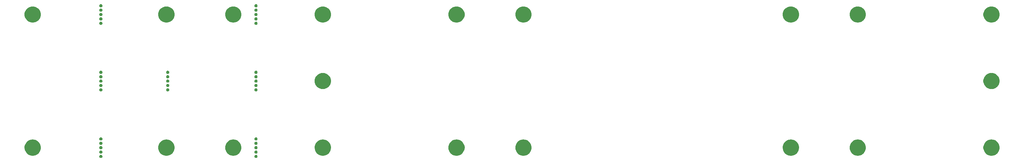
<source format=gbr>
G04 #@! TF.GenerationSoftware,KiCad,Pcbnew,(5.1.2-1)-1*
G04 #@! TF.CreationDate,2020-06-05T15:40:25-05:00*
G04 #@! TF.ProjectId,therick48.16SP_top_plate,74686572-6963-46b3-9438-2e313653505f,rev?*
G04 #@! TF.SameCoordinates,Original*
G04 #@! TF.FileFunction,Soldermask,Bot*
G04 #@! TF.FilePolarity,Negative*
%FSLAX46Y46*%
G04 Gerber Fmt 4.6, Leading zero omitted, Abs format (unit mm)*
G04 Created by KiCad (PCBNEW (5.1.2-1)-1) date 2020-06-05 15:40:25*
%MOMM*%
%LPD*%
G04 APERTURE LIST*
%ADD10C,0.100000*%
G04 APERTURE END LIST*
D10*
G36*
X131231207Y-101246070D02*
G01*
X131313282Y-101280067D01*
X131313284Y-101280068D01*
X131350468Y-101304914D01*
X131387150Y-101329424D01*
X131449970Y-101392244D01*
X131499327Y-101466112D01*
X131533324Y-101548187D01*
X131550655Y-101635318D01*
X131550655Y-101724160D01*
X131533324Y-101811291D01*
X131499327Y-101893366D01*
X131499326Y-101893368D01*
X131449969Y-101967235D01*
X131387151Y-102030053D01*
X131313284Y-102079410D01*
X131313283Y-102079411D01*
X131313282Y-102079411D01*
X131231207Y-102113408D01*
X131144076Y-102130739D01*
X131055234Y-102130739D01*
X130968103Y-102113408D01*
X130886028Y-102079411D01*
X130886027Y-102079411D01*
X130886026Y-102079410D01*
X130812159Y-102030053D01*
X130749341Y-101967235D01*
X130699984Y-101893368D01*
X130699983Y-101893366D01*
X130665986Y-101811291D01*
X130648655Y-101724160D01*
X130648655Y-101635318D01*
X130665986Y-101548187D01*
X130699983Y-101466112D01*
X130749340Y-101392244D01*
X130812160Y-101329424D01*
X130848842Y-101304914D01*
X130886026Y-101280068D01*
X130886028Y-101280067D01*
X130968103Y-101246070D01*
X131055234Y-101228739D01*
X131144076Y-101228739D01*
X131231207Y-101246070D01*
X131231207Y-101246070D01*
G37*
G36*
X87151323Y-101246070D02*
G01*
X87233398Y-101280067D01*
X87233400Y-101280068D01*
X87270584Y-101304914D01*
X87307266Y-101329424D01*
X87370086Y-101392244D01*
X87419443Y-101466112D01*
X87453440Y-101548187D01*
X87470771Y-101635318D01*
X87470771Y-101724160D01*
X87453440Y-101811291D01*
X87419443Y-101893366D01*
X87419442Y-101893368D01*
X87370085Y-101967235D01*
X87307267Y-102030053D01*
X87233400Y-102079410D01*
X87233399Y-102079411D01*
X87233398Y-102079411D01*
X87151323Y-102113408D01*
X87064192Y-102130739D01*
X86975350Y-102130739D01*
X86888219Y-102113408D01*
X86806144Y-102079411D01*
X86806143Y-102079411D01*
X86806142Y-102079410D01*
X86732275Y-102030053D01*
X86669457Y-101967235D01*
X86620100Y-101893368D01*
X86620099Y-101893366D01*
X86586102Y-101811291D01*
X86568771Y-101724160D01*
X86568771Y-101635318D01*
X86586102Y-101548187D01*
X86620099Y-101466112D01*
X86669456Y-101392244D01*
X86732276Y-101329424D01*
X86768958Y-101304914D01*
X86806142Y-101280068D01*
X86806144Y-101280067D01*
X86888219Y-101246070D01*
X86975350Y-101228739D01*
X87064192Y-101228739D01*
X87151323Y-101246070D01*
X87151323Y-101246070D01*
G37*
G36*
X340548903Y-96923213D02*
G01*
X340771177Y-96967426D01*
X341189932Y-97140880D01*
X341566802Y-97392696D01*
X341887304Y-97713198D01*
X342139120Y-98090068D01*
X342312466Y-98508563D01*
X342312574Y-98508824D01*
X342401000Y-98953370D01*
X342401000Y-99406630D01*
X342376449Y-99530054D01*
X342312574Y-99851177D01*
X342139120Y-100269932D01*
X341887304Y-100646802D01*
X341566802Y-100967304D01*
X341189932Y-101219120D01*
X340771177Y-101392574D01*
X340548903Y-101436787D01*
X340326630Y-101481000D01*
X339873370Y-101481000D01*
X339651097Y-101436787D01*
X339428823Y-101392574D01*
X339010068Y-101219120D01*
X338633198Y-100967304D01*
X338312696Y-100646802D01*
X338060880Y-100269932D01*
X337887426Y-99851177D01*
X337823551Y-99530054D01*
X337799000Y-99406630D01*
X337799000Y-98953370D01*
X337887426Y-98508824D01*
X337887534Y-98508563D01*
X338060880Y-98090068D01*
X338312696Y-97713198D01*
X338633198Y-97392696D01*
X339010068Y-97140880D01*
X339428823Y-96967426D01*
X339651097Y-96923213D01*
X339873370Y-96879000D01*
X340326630Y-96879000D01*
X340548903Y-96923213D01*
X340548903Y-96923213D01*
G37*
G36*
X302548903Y-96923213D02*
G01*
X302771177Y-96967426D01*
X303189932Y-97140880D01*
X303566802Y-97392696D01*
X303887304Y-97713198D01*
X304139120Y-98090068D01*
X304312466Y-98508563D01*
X304312574Y-98508824D01*
X304401000Y-98953370D01*
X304401000Y-99406630D01*
X304376449Y-99530054D01*
X304312574Y-99851177D01*
X304139120Y-100269932D01*
X303887304Y-100646802D01*
X303566802Y-100967304D01*
X303189932Y-101219120D01*
X302771177Y-101392574D01*
X302548903Y-101436787D01*
X302326630Y-101481000D01*
X301873370Y-101481000D01*
X301651097Y-101436787D01*
X301428823Y-101392574D01*
X301010068Y-101219120D01*
X300633198Y-100967304D01*
X300312696Y-100646802D01*
X300060880Y-100269932D01*
X299887426Y-99851177D01*
X299823551Y-99530054D01*
X299799000Y-99406630D01*
X299799000Y-98953370D01*
X299887426Y-98508824D01*
X299887534Y-98508563D01*
X300060880Y-98090068D01*
X300312696Y-97713198D01*
X300633198Y-97392696D01*
X301010068Y-97140880D01*
X301428823Y-96967426D01*
X301651097Y-96923213D01*
X301873370Y-96879000D01*
X302326630Y-96879000D01*
X302548903Y-96923213D01*
X302548903Y-96923213D01*
G37*
G36*
X283548903Y-96923213D02*
G01*
X283771177Y-96967426D01*
X284189932Y-97140880D01*
X284566802Y-97392696D01*
X284887304Y-97713198D01*
X285139120Y-98090068D01*
X285312466Y-98508563D01*
X285312574Y-98508824D01*
X285401000Y-98953370D01*
X285401000Y-99406630D01*
X285376449Y-99530054D01*
X285312574Y-99851177D01*
X285139120Y-100269932D01*
X284887304Y-100646802D01*
X284566802Y-100967304D01*
X284189932Y-101219120D01*
X283771177Y-101392574D01*
X283548903Y-101436787D01*
X283326630Y-101481000D01*
X282873370Y-101481000D01*
X282651097Y-101436787D01*
X282428823Y-101392574D01*
X282010068Y-101219120D01*
X281633198Y-100967304D01*
X281312696Y-100646802D01*
X281060880Y-100269932D01*
X280887426Y-99851177D01*
X280823551Y-99530054D01*
X280799000Y-99406630D01*
X280799000Y-98953370D01*
X280887426Y-98508824D01*
X280887534Y-98508563D01*
X281060880Y-98090068D01*
X281312696Y-97713198D01*
X281633198Y-97392696D01*
X282010068Y-97140880D01*
X282428823Y-96967426D01*
X282651097Y-96923213D01*
X282873370Y-96879000D01*
X283326630Y-96879000D01*
X283548903Y-96923213D01*
X283548903Y-96923213D01*
G37*
G36*
X207548903Y-96923213D02*
G01*
X207771177Y-96967426D01*
X208189932Y-97140880D01*
X208566802Y-97392696D01*
X208887304Y-97713198D01*
X209139120Y-98090068D01*
X209312466Y-98508563D01*
X209312574Y-98508824D01*
X209401000Y-98953370D01*
X209401000Y-99406630D01*
X209376449Y-99530054D01*
X209312574Y-99851177D01*
X209139120Y-100269932D01*
X208887304Y-100646802D01*
X208566802Y-100967304D01*
X208189932Y-101219120D01*
X207771177Y-101392574D01*
X207548903Y-101436787D01*
X207326630Y-101481000D01*
X206873370Y-101481000D01*
X206651097Y-101436787D01*
X206428823Y-101392574D01*
X206010068Y-101219120D01*
X205633198Y-100967304D01*
X205312696Y-100646802D01*
X205060880Y-100269932D01*
X204887426Y-99851177D01*
X204823551Y-99530054D01*
X204799000Y-99406630D01*
X204799000Y-98953370D01*
X204887426Y-98508824D01*
X204887534Y-98508563D01*
X205060880Y-98090068D01*
X205312696Y-97713198D01*
X205633198Y-97392696D01*
X206010068Y-97140880D01*
X206428823Y-96967426D01*
X206651097Y-96923213D01*
X206873370Y-96879000D01*
X207326630Y-96879000D01*
X207548903Y-96923213D01*
X207548903Y-96923213D01*
G37*
G36*
X188548903Y-96923213D02*
G01*
X188771177Y-96967426D01*
X189189932Y-97140880D01*
X189566802Y-97392696D01*
X189887304Y-97713198D01*
X190139120Y-98090068D01*
X190312466Y-98508563D01*
X190312574Y-98508824D01*
X190401000Y-98953370D01*
X190401000Y-99406630D01*
X190376449Y-99530054D01*
X190312574Y-99851177D01*
X190139120Y-100269932D01*
X189887304Y-100646802D01*
X189566802Y-100967304D01*
X189189932Y-101219120D01*
X188771177Y-101392574D01*
X188548903Y-101436787D01*
X188326630Y-101481000D01*
X187873370Y-101481000D01*
X187651097Y-101436787D01*
X187428823Y-101392574D01*
X187010068Y-101219120D01*
X186633198Y-100967304D01*
X186312696Y-100646802D01*
X186060880Y-100269932D01*
X185887426Y-99851177D01*
X185823551Y-99530054D01*
X185799000Y-99406630D01*
X185799000Y-98953370D01*
X185887426Y-98508824D01*
X185887534Y-98508563D01*
X186060880Y-98090068D01*
X186312696Y-97713198D01*
X186633198Y-97392696D01*
X187010068Y-97140880D01*
X187428823Y-96967426D01*
X187651097Y-96923213D01*
X187873370Y-96879000D01*
X188326630Y-96879000D01*
X188548903Y-96923213D01*
X188548903Y-96923213D01*
G37*
G36*
X150548903Y-96923213D02*
G01*
X150771177Y-96967426D01*
X151189932Y-97140880D01*
X151566802Y-97392696D01*
X151887304Y-97713198D01*
X152139120Y-98090068D01*
X152312466Y-98508563D01*
X152312574Y-98508824D01*
X152401000Y-98953370D01*
X152401000Y-99406630D01*
X152376449Y-99530054D01*
X152312574Y-99851177D01*
X152139120Y-100269932D01*
X151887304Y-100646802D01*
X151566802Y-100967304D01*
X151189932Y-101219120D01*
X150771177Y-101392574D01*
X150548903Y-101436787D01*
X150326630Y-101481000D01*
X149873370Y-101481000D01*
X149651097Y-101436787D01*
X149428823Y-101392574D01*
X149010068Y-101219120D01*
X148633198Y-100967304D01*
X148312696Y-100646802D01*
X148060880Y-100269932D01*
X147887426Y-99851177D01*
X147823551Y-99530054D01*
X147799000Y-99406630D01*
X147799000Y-98953370D01*
X147887426Y-98508824D01*
X147887534Y-98508563D01*
X148060880Y-98090068D01*
X148312696Y-97713198D01*
X148633198Y-97392696D01*
X149010068Y-97140880D01*
X149428823Y-96967426D01*
X149651097Y-96923213D01*
X149873370Y-96879000D01*
X150326630Y-96879000D01*
X150548903Y-96923213D01*
X150548903Y-96923213D01*
G37*
G36*
X125088575Y-96923213D02*
G01*
X125310849Y-96967426D01*
X125729604Y-97140880D01*
X126106474Y-97392696D01*
X126426976Y-97713198D01*
X126678792Y-98090068D01*
X126852138Y-98508563D01*
X126852246Y-98508824D01*
X126940672Y-98953370D01*
X126940672Y-99406630D01*
X126916121Y-99530054D01*
X126852246Y-99851177D01*
X126678792Y-100269932D01*
X126426976Y-100646802D01*
X126106474Y-100967304D01*
X125729604Y-101219120D01*
X125310849Y-101392574D01*
X125088575Y-101436787D01*
X124866302Y-101481000D01*
X124413042Y-101481000D01*
X124190769Y-101436787D01*
X123968495Y-101392574D01*
X123549740Y-101219120D01*
X123172870Y-100967304D01*
X122852368Y-100646802D01*
X122600552Y-100269932D01*
X122427098Y-99851177D01*
X122363223Y-99530054D01*
X122338672Y-99406630D01*
X122338672Y-98953370D01*
X122427098Y-98508824D01*
X122427206Y-98508563D01*
X122600552Y-98090068D01*
X122852368Y-97713198D01*
X123172870Y-97392696D01*
X123549740Y-97140880D01*
X123968495Y-96967426D01*
X124190769Y-96923213D01*
X124413042Y-96879000D01*
X124866302Y-96879000D01*
X125088575Y-96923213D01*
X125088575Y-96923213D01*
G37*
G36*
X68088896Y-96923213D02*
G01*
X68311170Y-96967426D01*
X68729925Y-97140880D01*
X69106795Y-97392696D01*
X69427297Y-97713198D01*
X69679113Y-98090068D01*
X69852459Y-98508563D01*
X69852567Y-98508824D01*
X69940993Y-98953370D01*
X69940993Y-99406630D01*
X69916442Y-99530054D01*
X69852567Y-99851177D01*
X69679113Y-100269932D01*
X69427297Y-100646802D01*
X69106795Y-100967304D01*
X68729925Y-101219120D01*
X68311170Y-101392574D01*
X68088896Y-101436787D01*
X67866623Y-101481000D01*
X67413363Y-101481000D01*
X67191090Y-101436787D01*
X66968816Y-101392574D01*
X66550061Y-101219120D01*
X66173191Y-100967304D01*
X65852689Y-100646802D01*
X65600873Y-100269932D01*
X65427419Y-99851177D01*
X65363544Y-99530054D01*
X65338993Y-99406630D01*
X65338993Y-98953370D01*
X65427419Y-98508824D01*
X65427527Y-98508563D01*
X65600873Y-98090068D01*
X65852689Y-97713198D01*
X66173191Y-97392696D01*
X66550061Y-97140880D01*
X66968816Y-96967426D01*
X67191090Y-96923213D01*
X67413363Y-96879000D01*
X67866623Y-96879000D01*
X68088896Y-96923213D01*
X68088896Y-96923213D01*
G37*
G36*
X106088625Y-96922952D02*
G01*
X106310899Y-96967165D01*
X106729654Y-97140619D01*
X107106524Y-97392435D01*
X107427026Y-97712937D01*
X107678842Y-98089807D01*
X107852296Y-98508562D01*
X107940722Y-98953110D01*
X107940722Y-99406368D01*
X107852296Y-99850916D01*
X107678842Y-100269671D01*
X107427026Y-100646541D01*
X107106524Y-100967043D01*
X106729654Y-101218859D01*
X106310899Y-101392313D01*
X106088625Y-101436526D01*
X105866352Y-101480739D01*
X105413092Y-101480739D01*
X105190819Y-101436526D01*
X104968545Y-101392313D01*
X104549790Y-101218859D01*
X104172920Y-100967043D01*
X103852418Y-100646541D01*
X103600602Y-100269671D01*
X103427148Y-99850916D01*
X103338722Y-99406368D01*
X103338722Y-98953110D01*
X103427148Y-98508562D01*
X103600602Y-98089807D01*
X103852418Y-97712937D01*
X104172920Y-97392435D01*
X104549790Y-97140619D01*
X104968545Y-96967165D01*
X105190819Y-96922952D01*
X105413092Y-96878739D01*
X105866352Y-96878739D01*
X106088625Y-96922952D01*
X106088625Y-96922952D01*
G37*
G36*
X131231207Y-99996070D02*
G01*
X131313282Y-100030067D01*
X131313284Y-100030068D01*
X131350468Y-100054914D01*
X131387150Y-100079424D01*
X131449970Y-100142244D01*
X131499327Y-100216112D01*
X131533324Y-100298187D01*
X131550655Y-100385318D01*
X131550655Y-100474160D01*
X131533324Y-100561291D01*
X131499327Y-100643366D01*
X131499326Y-100643368D01*
X131449969Y-100717235D01*
X131387151Y-100780053D01*
X131313284Y-100829410D01*
X131313283Y-100829411D01*
X131313282Y-100829411D01*
X131231207Y-100863408D01*
X131144076Y-100880739D01*
X131055234Y-100880739D01*
X130968103Y-100863408D01*
X130886028Y-100829411D01*
X130886027Y-100829411D01*
X130886026Y-100829410D01*
X130812159Y-100780053D01*
X130749341Y-100717235D01*
X130699984Y-100643368D01*
X130699983Y-100643366D01*
X130665986Y-100561291D01*
X130648655Y-100474160D01*
X130648655Y-100385318D01*
X130665986Y-100298187D01*
X130699983Y-100216112D01*
X130749340Y-100142244D01*
X130812160Y-100079424D01*
X130848842Y-100054914D01*
X130886026Y-100030068D01*
X130886028Y-100030067D01*
X130968103Y-99996070D01*
X131055234Y-99978739D01*
X131144076Y-99978739D01*
X131231207Y-99996070D01*
X131231207Y-99996070D01*
G37*
G36*
X87151323Y-99996070D02*
G01*
X87233398Y-100030067D01*
X87233400Y-100030068D01*
X87270584Y-100054914D01*
X87307266Y-100079424D01*
X87370086Y-100142244D01*
X87419443Y-100216112D01*
X87453440Y-100298187D01*
X87470771Y-100385318D01*
X87470771Y-100474160D01*
X87453440Y-100561291D01*
X87419443Y-100643366D01*
X87419442Y-100643368D01*
X87370085Y-100717235D01*
X87307267Y-100780053D01*
X87233400Y-100829410D01*
X87233399Y-100829411D01*
X87233398Y-100829411D01*
X87151323Y-100863408D01*
X87064192Y-100880739D01*
X86975350Y-100880739D01*
X86888219Y-100863408D01*
X86806144Y-100829411D01*
X86806143Y-100829411D01*
X86806142Y-100829410D01*
X86732275Y-100780053D01*
X86669457Y-100717235D01*
X86620100Y-100643368D01*
X86620099Y-100643366D01*
X86586102Y-100561291D01*
X86568771Y-100474160D01*
X86568771Y-100385318D01*
X86586102Y-100298187D01*
X86620099Y-100216112D01*
X86669456Y-100142244D01*
X86732276Y-100079424D01*
X86768958Y-100054914D01*
X86806142Y-100030068D01*
X86806144Y-100030067D01*
X86888219Y-99996070D01*
X86975350Y-99978739D01*
X87064192Y-99978739D01*
X87151323Y-99996070D01*
X87151323Y-99996070D01*
G37*
G36*
X87151323Y-98746070D02*
G01*
X87233398Y-98780067D01*
X87233400Y-98780068D01*
X87307267Y-98829425D01*
X87370085Y-98892243D01*
X87410756Y-98953110D01*
X87419443Y-98966112D01*
X87453440Y-99048187D01*
X87470771Y-99135318D01*
X87470771Y-99224160D01*
X87453440Y-99311291D01*
X87419443Y-99393366D01*
X87419442Y-99393368D01*
X87370085Y-99467235D01*
X87307267Y-99530053D01*
X87233400Y-99579410D01*
X87233399Y-99579411D01*
X87233398Y-99579411D01*
X87151323Y-99613408D01*
X87064192Y-99630739D01*
X86975350Y-99630739D01*
X86888219Y-99613408D01*
X86806144Y-99579411D01*
X86806143Y-99579411D01*
X86806142Y-99579410D01*
X86732275Y-99530053D01*
X86669457Y-99467235D01*
X86620100Y-99393368D01*
X86620099Y-99393366D01*
X86586102Y-99311291D01*
X86568771Y-99224160D01*
X86568771Y-99135318D01*
X86586102Y-99048187D01*
X86620099Y-98966112D01*
X86628787Y-98953110D01*
X86669457Y-98892243D01*
X86732275Y-98829425D01*
X86806142Y-98780068D01*
X86806144Y-98780067D01*
X86888219Y-98746070D01*
X86975350Y-98728739D01*
X87064192Y-98728739D01*
X87151323Y-98746070D01*
X87151323Y-98746070D01*
G37*
G36*
X131231207Y-98746070D02*
G01*
X131313282Y-98780067D01*
X131313284Y-98780068D01*
X131387151Y-98829425D01*
X131449969Y-98892243D01*
X131490640Y-98953110D01*
X131499327Y-98966112D01*
X131533324Y-99048187D01*
X131550655Y-99135318D01*
X131550655Y-99224160D01*
X131533324Y-99311291D01*
X131499327Y-99393366D01*
X131499326Y-99393368D01*
X131449969Y-99467235D01*
X131387151Y-99530053D01*
X131313284Y-99579410D01*
X131313283Y-99579411D01*
X131313282Y-99579411D01*
X131231207Y-99613408D01*
X131144076Y-99630739D01*
X131055234Y-99630739D01*
X130968103Y-99613408D01*
X130886028Y-99579411D01*
X130886027Y-99579411D01*
X130886026Y-99579410D01*
X130812159Y-99530053D01*
X130749341Y-99467235D01*
X130699984Y-99393368D01*
X130699983Y-99393366D01*
X130665986Y-99311291D01*
X130648655Y-99224160D01*
X130648655Y-99135318D01*
X130665986Y-99048187D01*
X130699983Y-98966112D01*
X130708671Y-98953110D01*
X130749341Y-98892243D01*
X130812159Y-98829425D01*
X130886026Y-98780068D01*
X130886028Y-98780067D01*
X130968103Y-98746070D01*
X131055234Y-98728739D01*
X131144076Y-98728739D01*
X131231207Y-98746070D01*
X131231207Y-98746070D01*
G37*
G36*
X87151323Y-97496070D02*
G01*
X87233398Y-97530067D01*
X87233400Y-97530068D01*
X87307267Y-97579425D01*
X87370085Y-97642243D01*
X87417323Y-97712938D01*
X87419443Y-97716112D01*
X87453440Y-97798187D01*
X87470771Y-97885318D01*
X87470771Y-97974160D01*
X87453440Y-98061291D01*
X87419443Y-98143366D01*
X87419442Y-98143368D01*
X87370085Y-98217235D01*
X87307267Y-98280053D01*
X87233400Y-98329410D01*
X87233399Y-98329411D01*
X87233398Y-98329411D01*
X87151323Y-98363408D01*
X87064192Y-98380739D01*
X86975350Y-98380739D01*
X86888219Y-98363408D01*
X86806144Y-98329411D01*
X86806143Y-98329411D01*
X86806142Y-98329410D01*
X86732275Y-98280053D01*
X86669457Y-98217235D01*
X86620100Y-98143368D01*
X86620099Y-98143366D01*
X86586102Y-98061291D01*
X86568771Y-97974160D01*
X86568771Y-97885318D01*
X86586102Y-97798187D01*
X86620099Y-97716112D01*
X86622220Y-97712938D01*
X86669457Y-97642243D01*
X86732275Y-97579425D01*
X86806142Y-97530068D01*
X86806144Y-97530067D01*
X86888219Y-97496070D01*
X86975350Y-97478739D01*
X87064192Y-97478739D01*
X87151323Y-97496070D01*
X87151323Y-97496070D01*
G37*
G36*
X131231207Y-97496070D02*
G01*
X131313282Y-97530067D01*
X131313284Y-97530068D01*
X131387151Y-97579425D01*
X131449969Y-97642243D01*
X131497207Y-97712938D01*
X131499327Y-97716112D01*
X131533324Y-97798187D01*
X131550655Y-97885318D01*
X131550655Y-97974160D01*
X131533324Y-98061291D01*
X131499327Y-98143366D01*
X131499326Y-98143368D01*
X131449969Y-98217235D01*
X131387151Y-98280053D01*
X131313284Y-98329410D01*
X131313283Y-98329411D01*
X131313282Y-98329411D01*
X131231207Y-98363408D01*
X131144076Y-98380739D01*
X131055234Y-98380739D01*
X130968103Y-98363408D01*
X130886028Y-98329411D01*
X130886027Y-98329411D01*
X130886026Y-98329410D01*
X130812159Y-98280053D01*
X130749341Y-98217235D01*
X130699984Y-98143368D01*
X130699983Y-98143366D01*
X130665986Y-98061291D01*
X130648655Y-97974160D01*
X130648655Y-97885318D01*
X130665986Y-97798187D01*
X130699983Y-97716112D01*
X130702104Y-97712938D01*
X130749341Y-97642243D01*
X130812159Y-97579425D01*
X130886026Y-97530068D01*
X130886028Y-97530067D01*
X130968103Y-97496070D01*
X131055234Y-97478739D01*
X131144076Y-97478739D01*
X131231207Y-97496070D01*
X131231207Y-97496070D01*
G37*
G36*
X87151323Y-96246070D02*
G01*
X87233398Y-96280067D01*
X87233400Y-96280068D01*
X87270584Y-96304914D01*
X87307266Y-96329424D01*
X87370086Y-96392244D01*
X87419443Y-96466112D01*
X87453440Y-96548187D01*
X87470771Y-96635318D01*
X87470771Y-96724160D01*
X87453440Y-96811291D01*
X87419443Y-96893366D01*
X87419442Y-96893368D01*
X87370085Y-96967235D01*
X87307267Y-97030053D01*
X87233400Y-97079410D01*
X87233399Y-97079411D01*
X87233398Y-97079411D01*
X87151323Y-97113408D01*
X87064192Y-97130739D01*
X86975350Y-97130739D01*
X86888219Y-97113408D01*
X86806144Y-97079411D01*
X86806143Y-97079411D01*
X86806142Y-97079410D01*
X86732275Y-97030053D01*
X86669457Y-96967235D01*
X86620100Y-96893368D01*
X86620099Y-96893366D01*
X86586102Y-96811291D01*
X86568771Y-96724160D01*
X86568771Y-96635318D01*
X86586102Y-96548187D01*
X86620099Y-96466112D01*
X86669456Y-96392244D01*
X86732276Y-96329424D01*
X86768958Y-96304914D01*
X86806142Y-96280068D01*
X86806144Y-96280067D01*
X86888219Y-96246070D01*
X86975350Y-96228739D01*
X87064192Y-96228739D01*
X87151323Y-96246070D01*
X87151323Y-96246070D01*
G37*
G36*
X131231207Y-96246070D02*
G01*
X131313282Y-96280067D01*
X131313284Y-96280068D01*
X131350468Y-96304914D01*
X131387150Y-96329424D01*
X131449970Y-96392244D01*
X131499327Y-96466112D01*
X131533324Y-96548187D01*
X131550655Y-96635318D01*
X131550655Y-96724160D01*
X131533324Y-96811291D01*
X131499327Y-96893366D01*
X131499326Y-96893368D01*
X131449969Y-96967235D01*
X131387151Y-97030053D01*
X131313284Y-97079410D01*
X131313283Y-97079411D01*
X131313282Y-97079411D01*
X131231207Y-97113408D01*
X131144076Y-97130739D01*
X131055234Y-97130739D01*
X130968103Y-97113408D01*
X130886028Y-97079411D01*
X130886027Y-97079411D01*
X130886026Y-97079410D01*
X130812159Y-97030053D01*
X130749341Y-96967235D01*
X130699984Y-96893368D01*
X130699983Y-96893366D01*
X130665986Y-96811291D01*
X130648655Y-96724160D01*
X130648655Y-96635318D01*
X130665986Y-96548187D01*
X130699983Y-96466112D01*
X130749340Y-96392244D01*
X130812160Y-96329424D01*
X130848842Y-96304914D01*
X130886026Y-96280068D01*
X130886028Y-96280067D01*
X130968103Y-96246070D01*
X131055234Y-96228739D01*
X131144076Y-96228739D01*
X131231207Y-96246070D01*
X131231207Y-96246070D01*
G37*
G36*
X131231207Y-82246120D02*
G01*
X131313282Y-82280117D01*
X131313284Y-82280118D01*
X131350468Y-82304964D01*
X131387150Y-82329474D01*
X131449970Y-82392294D01*
X131499327Y-82466162D01*
X131533324Y-82548237D01*
X131550655Y-82635368D01*
X131550655Y-82724210D01*
X131533324Y-82811341D01*
X131499327Y-82893416D01*
X131499326Y-82893418D01*
X131449969Y-82967285D01*
X131387151Y-83030103D01*
X131313284Y-83079460D01*
X131313283Y-83079461D01*
X131313282Y-83079461D01*
X131231207Y-83113458D01*
X131144076Y-83130789D01*
X131055234Y-83130789D01*
X130968103Y-83113458D01*
X130886028Y-83079461D01*
X130886027Y-83079461D01*
X130886026Y-83079460D01*
X130812159Y-83030103D01*
X130749341Y-82967285D01*
X130699984Y-82893418D01*
X130699983Y-82893416D01*
X130665986Y-82811341D01*
X130648655Y-82724210D01*
X130648655Y-82635368D01*
X130665986Y-82548237D01*
X130699983Y-82466162D01*
X130749340Y-82392294D01*
X130812160Y-82329474D01*
X130848842Y-82304964D01*
X130886026Y-82280118D01*
X130886028Y-82280117D01*
X130968103Y-82246120D01*
X131055234Y-82228789D01*
X131144076Y-82228789D01*
X131231207Y-82246120D01*
X131231207Y-82246120D01*
G37*
G36*
X106151273Y-82246120D02*
G01*
X106233348Y-82280117D01*
X106233350Y-82280118D01*
X106270534Y-82304964D01*
X106307216Y-82329474D01*
X106370036Y-82392294D01*
X106419393Y-82466162D01*
X106453390Y-82548237D01*
X106470721Y-82635368D01*
X106470721Y-82724210D01*
X106453390Y-82811341D01*
X106419393Y-82893416D01*
X106419392Y-82893418D01*
X106370035Y-82967285D01*
X106307217Y-83030103D01*
X106233350Y-83079460D01*
X106233349Y-83079461D01*
X106233348Y-83079461D01*
X106151273Y-83113458D01*
X106064142Y-83130789D01*
X105975300Y-83130789D01*
X105888169Y-83113458D01*
X105806094Y-83079461D01*
X105806093Y-83079461D01*
X105806092Y-83079460D01*
X105732225Y-83030103D01*
X105669407Y-82967285D01*
X105620050Y-82893418D01*
X105620049Y-82893416D01*
X105586052Y-82811341D01*
X105568721Y-82724210D01*
X105568721Y-82635368D01*
X105586052Y-82548237D01*
X105620049Y-82466162D01*
X105669406Y-82392294D01*
X105732226Y-82329474D01*
X105768908Y-82304964D01*
X105806092Y-82280118D01*
X105806094Y-82280117D01*
X105888169Y-82246120D01*
X105975300Y-82228789D01*
X106064142Y-82228789D01*
X106151273Y-82246120D01*
X106151273Y-82246120D01*
G37*
G36*
X87151323Y-82246120D02*
G01*
X87233398Y-82280117D01*
X87233400Y-82280118D01*
X87270584Y-82304964D01*
X87307266Y-82329474D01*
X87370086Y-82392294D01*
X87419443Y-82466162D01*
X87453440Y-82548237D01*
X87470771Y-82635368D01*
X87470771Y-82724210D01*
X87453440Y-82811341D01*
X87419443Y-82893416D01*
X87419442Y-82893418D01*
X87370085Y-82967285D01*
X87307267Y-83030103D01*
X87233400Y-83079460D01*
X87233399Y-83079461D01*
X87233398Y-83079461D01*
X87151323Y-83113458D01*
X87064192Y-83130789D01*
X86975350Y-83130789D01*
X86888219Y-83113458D01*
X86806144Y-83079461D01*
X86806143Y-83079461D01*
X86806142Y-83079460D01*
X86732275Y-83030103D01*
X86669457Y-82967285D01*
X86620100Y-82893418D01*
X86620099Y-82893416D01*
X86586102Y-82811341D01*
X86568771Y-82724210D01*
X86568771Y-82635368D01*
X86586102Y-82548237D01*
X86620099Y-82466162D01*
X86669456Y-82392294D01*
X86732276Y-82329474D01*
X86768958Y-82304964D01*
X86806142Y-82280118D01*
X86806144Y-82280117D01*
X86888219Y-82246120D01*
X86975350Y-82228789D01*
X87064192Y-82228789D01*
X87151323Y-82246120D01*
X87151323Y-82246120D01*
G37*
G36*
X340548903Y-77923213D02*
G01*
X340771177Y-77967426D01*
X341189932Y-78140880D01*
X341566802Y-78392696D01*
X341887304Y-78713198D01*
X342139120Y-79090068D01*
X342312574Y-79508823D01*
X342401000Y-79953371D01*
X342401000Y-80406629D01*
X342312574Y-80851177D01*
X342139120Y-81269932D01*
X341887304Y-81646802D01*
X341566802Y-81967304D01*
X341189932Y-82219120D01*
X340771177Y-82392574D01*
X340548903Y-82436787D01*
X340326630Y-82481000D01*
X339873370Y-82481000D01*
X339651097Y-82436787D01*
X339428823Y-82392574D01*
X339010068Y-82219120D01*
X338633198Y-81967304D01*
X338312696Y-81646802D01*
X338060880Y-81269932D01*
X337887426Y-80851177D01*
X337799000Y-80406629D01*
X337799000Y-79953371D01*
X337887426Y-79508823D01*
X338060880Y-79090068D01*
X338312696Y-78713198D01*
X338633198Y-78392696D01*
X339010068Y-78140880D01*
X339428823Y-77967426D01*
X339651097Y-77923213D01*
X339873370Y-77879000D01*
X340326630Y-77879000D01*
X340548903Y-77923213D01*
X340548903Y-77923213D01*
G37*
G36*
X150548903Y-77923213D02*
G01*
X150771177Y-77967426D01*
X151189932Y-78140880D01*
X151566802Y-78392696D01*
X151887304Y-78713198D01*
X152139120Y-79090068D01*
X152312574Y-79508823D01*
X152401000Y-79953371D01*
X152401000Y-80406629D01*
X152312574Y-80851177D01*
X152139120Y-81269932D01*
X151887304Y-81646802D01*
X151566802Y-81967304D01*
X151189932Y-82219120D01*
X150771177Y-82392574D01*
X150548903Y-82436787D01*
X150326630Y-82481000D01*
X149873370Y-82481000D01*
X149651097Y-82436787D01*
X149428823Y-82392574D01*
X149010068Y-82219120D01*
X148633198Y-81967304D01*
X148312696Y-81646802D01*
X148060880Y-81269932D01*
X147887426Y-80851177D01*
X147799000Y-80406629D01*
X147799000Y-79953371D01*
X147887426Y-79508823D01*
X148060880Y-79090068D01*
X148312696Y-78713198D01*
X148633198Y-78392696D01*
X149010068Y-78140880D01*
X149428823Y-77967426D01*
X149651097Y-77923213D01*
X149873370Y-77879000D01*
X150326630Y-77879000D01*
X150548903Y-77923213D01*
X150548903Y-77923213D01*
G37*
G36*
X131231207Y-80996120D02*
G01*
X131313282Y-81030117D01*
X131313284Y-81030118D01*
X131350468Y-81054964D01*
X131387150Y-81079474D01*
X131449970Y-81142294D01*
X131499327Y-81216162D01*
X131533324Y-81298237D01*
X131550655Y-81385368D01*
X131550655Y-81474210D01*
X131533324Y-81561341D01*
X131499327Y-81643416D01*
X131499326Y-81643418D01*
X131449969Y-81717285D01*
X131387151Y-81780103D01*
X131313284Y-81829460D01*
X131313283Y-81829461D01*
X131313282Y-81829461D01*
X131231207Y-81863458D01*
X131144076Y-81880789D01*
X131055234Y-81880789D01*
X130968103Y-81863458D01*
X130886028Y-81829461D01*
X130886027Y-81829461D01*
X130886026Y-81829460D01*
X130812159Y-81780103D01*
X130749341Y-81717285D01*
X130699984Y-81643418D01*
X130699983Y-81643416D01*
X130665986Y-81561341D01*
X130648655Y-81474210D01*
X130648655Y-81385368D01*
X130665986Y-81298237D01*
X130699983Y-81216162D01*
X130749340Y-81142294D01*
X130812160Y-81079474D01*
X130848842Y-81054964D01*
X130886026Y-81030118D01*
X130886028Y-81030117D01*
X130968103Y-80996120D01*
X131055234Y-80978789D01*
X131144076Y-80978789D01*
X131231207Y-80996120D01*
X131231207Y-80996120D01*
G37*
G36*
X106151273Y-80996120D02*
G01*
X106233348Y-81030117D01*
X106233350Y-81030118D01*
X106270534Y-81054964D01*
X106307216Y-81079474D01*
X106370036Y-81142294D01*
X106419393Y-81216162D01*
X106453390Y-81298237D01*
X106470721Y-81385368D01*
X106470721Y-81474210D01*
X106453390Y-81561341D01*
X106419393Y-81643416D01*
X106419392Y-81643418D01*
X106370035Y-81717285D01*
X106307217Y-81780103D01*
X106233350Y-81829460D01*
X106233349Y-81829461D01*
X106233348Y-81829461D01*
X106151273Y-81863458D01*
X106064142Y-81880789D01*
X105975300Y-81880789D01*
X105888169Y-81863458D01*
X105806094Y-81829461D01*
X105806093Y-81829461D01*
X105806092Y-81829460D01*
X105732225Y-81780103D01*
X105669407Y-81717285D01*
X105620050Y-81643418D01*
X105620049Y-81643416D01*
X105586052Y-81561341D01*
X105568721Y-81474210D01*
X105568721Y-81385368D01*
X105586052Y-81298237D01*
X105620049Y-81216162D01*
X105669406Y-81142294D01*
X105732226Y-81079474D01*
X105768908Y-81054964D01*
X105806092Y-81030118D01*
X105806094Y-81030117D01*
X105888169Y-80996120D01*
X105975300Y-80978789D01*
X106064142Y-80978789D01*
X106151273Y-80996120D01*
X106151273Y-80996120D01*
G37*
G36*
X87151323Y-80996120D02*
G01*
X87233398Y-81030117D01*
X87233400Y-81030118D01*
X87270584Y-81054964D01*
X87307266Y-81079474D01*
X87370086Y-81142294D01*
X87419443Y-81216162D01*
X87453440Y-81298237D01*
X87470771Y-81385368D01*
X87470771Y-81474210D01*
X87453440Y-81561341D01*
X87419443Y-81643416D01*
X87419442Y-81643418D01*
X87370085Y-81717285D01*
X87307267Y-81780103D01*
X87233400Y-81829460D01*
X87233399Y-81829461D01*
X87233398Y-81829461D01*
X87151323Y-81863458D01*
X87064192Y-81880789D01*
X86975350Y-81880789D01*
X86888219Y-81863458D01*
X86806144Y-81829461D01*
X86806143Y-81829461D01*
X86806142Y-81829460D01*
X86732275Y-81780103D01*
X86669457Y-81717285D01*
X86620100Y-81643418D01*
X86620099Y-81643416D01*
X86586102Y-81561341D01*
X86568771Y-81474210D01*
X86568771Y-81385368D01*
X86586102Y-81298237D01*
X86620099Y-81216162D01*
X86669456Y-81142294D01*
X86732276Y-81079474D01*
X86768958Y-81054964D01*
X86806142Y-81030118D01*
X86806144Y-81030117D01*
X86888219Y-80996120D01*
X86975350Y-80978789D01*
X87064192Y-80978789D01*
X87151323Y-80996120D01*
X87151323Y-80996120D01*
G37*
G36*
X131231207Y-79746120D02*
G01*
X131313282Y-79780117D01*
X131313284Y-79780118D01*
X131387151Y-79829475D01*
X131449969Y-79892293D01*
X131490781Y-79953371D01*
X131499327Y-79966162D01*
X131533324Y-80048237D01*
X131550655Y-80135368D01*
X131550655Y-80224210D01*
X131533324Y-80311341D01*
X131499327Y-80393416D01*
X131499326Y-80393418D01*
X131449969Y-80467285D01*
X131387151Y-80530103D01*
X131313284Y-80579460D01*
X131313283Y-80579461D01*
X131313282Y-80579461D01*
X131231207Y-80613458D01*
X131144076Y-80630789D01*
X131055234Y-80630789D01*
X130968103Y-80613458D01*
X130886028Y-80579461D01*
X130886027Y-80579461D01*
X130886026Y-80579460D01*
X130812159Y-80530103D01*
X130749341Y-80467285D01*
X130699984Y-80393418D01*
X130699983Y-80393416D01*
X130665986Y-80311341D01*
X130648655Y-80224210D01*
X130648655Y-80135368D01*
X130665986Y-80048237D01*
X130699983Y-79966162D01*
X130708530Y-79953371D01*
X130749341Y-79892293D01*
X130812159Y-79829475D01*
X130886026Y-79780118D01*
X130886028Y-79780117D01*
X130968103Y-79746120D01*
X131055234Y-79728789D01*
X131144076Y-79728789D01*
X131231207Y-79746120D01*
X131231207Y-79746120D01*
G37*
G36*
X87151323Y-79746120D02*
G01*
X87233398Y-79780117D01*
X87233400Y-79780118D01*
X87307267Y-79829475D01*
X87370085Y-79892293D01*
X87410897Y-79953371D01*
X87419443Y-79966162D01*
X87453440Y-80048237D01*
X87470771Y-80135368D01*
X87470771Y-80224210D01*
X87453440Y-80311341D01*
X87419443Y-80393416D01*
X87419442Y-80393418D01*
X87370085Y-80467285D01*
X87307267Y-80530103D01*
X87233400Y-80579460D01*
X87233399Y-80579461D01*
X87233398Y-80579461D01*
X87151323Y-80613458D01*
X87064192Y-80630789D01*
X86975350Y-80630789D01*
X86888219Y-80613458D01*
X86806144Y-80579461D01*
X86806143Y-80579461D01*
X86806142Y-80579460D01*
X86732275Y-80530103D01*
X86669457Y-80467285D01*
X86620100Y-80393418D01*
X86620099Y-80393416D01*
X86586102Y-80311341D01*
X86568771Y-80224210D01*
X86568771Y-80135368D01*
X86586102Y-80048237D01*
X86620099Y-79966162D01*
X86628646Y-79953371D01*
X86669457Y-79892293D01*
X86732275Y-79829475D01*
X86806142Y-79780118D01*
X86806144Y-79780117D01*
X86888219Y-79746120D01*
X86975350Y-79728789D01*
X87064192Y-79728789D01*
X87151323Y-79746120D01*
X87151323Y-79746120D01*
G37*
G36*
X106151273Y-79746120D02*
G01*
X106233348Y-79780117D01*
X106233350Y-79780118D01*
X106307217Y-79829475D01*
X106370035Y-79892293D01*
X106410847Y-79953371D01*
X106419393Y-79966162D01*
X106453390Y-80048237D01*
X106470721Y-80135368D01*
X106470721Y-80224210D01*
X106453390Y-80311341D01*
X106419393Y-80393416D01*
X106419392Y-80393418D01*
X106370035Y-80467285D01*
X106307217Y-80530103D01*
X106233350Y-80579460D01*
X106233349Y-80579461D01*
X106233348Y-80579461D01*
X106151273Y-80613458D01*
X106064142Y-80630789D01*
X105975300Y-80630789D01*
X105888169Y-80613458D01*
X105806094Y-80579461D01*
X105806093Y-80579461D01*
X105806092Y-80579460D01*
X105732225Y-80530103D01*
X105669407Y-80467285D01*
X105620050Y-80393418D01*
X105620049Y-80393416D01*
X105586052Y-80311341D01*
X105568721Y-80224210D01*
X105568721Y-80135368D01*
X105586052Y-80048237D01*
X105620049Y-79966162D01*
X105628596Y-79953371D01*
X105669407Y-79892293D01*
X105732225Y-79829475D01*
X105806092Y-79780118D01*
X105806094Y-79780117D01*
X105888169Y-79746120D01*
X105975300Y-79728789D01*
X106064142Y-79728789D01*
X106151273Y-79746120D01*
X106151273Y-79746120D01*
G37*
G36*
X131231207Y-78496120D02*
G01*
X131313282Y-78530117D01*
X131313284Y-78530118D01*
X131350468Y-78554964D01*
X131387150Y-78579474D01*
X131449970Y-78642294D01*
X131499327Y-78716162D01*
X131533324Y-78798237D01*
X131550655Y-78885368D01*
X131550655Y-78974210D01*
X131533324Y-79061341D01*
X131499327Y-79143416D01*
X131499326Y-79143418D01*
X131449969Y-79217285D01*
X131387151Y-79280103D01*
X131313284Y-79329460D01*
X131313283Y-79329461D01*
X131313282Y-79329461D01*
X131231207Y-79363458D01*
X131144076Y-79380789D01*
X131055234Y-79380789D01*
X130968103Y-79363458D01*
X130886028Y-79329461D01*
X130886027Y-79329461D01*
X130886026Y-79329460D01*
X130812159Y-79280103D01*
X130749341Y-79217285D01*
X130699984Y-79143418D01*
X130699983Y-79143416D01*
X130665986Y-79061341D01*
X130648655Y-78974210D01*
X130648655Y-78885368D01*
X130665986Y-78798237D01*
X130699983Y-78716162D01*
X130749340Y-78642294D01*
X130812160Y-78579474D01*
X130848842Y-78554964D01*
X130886026Y-78530118D01*
X130886028Y-78530117D01*
X130968103Y-78496120D01*
X131055234Y-78478789D01*
X131144076Y-78478789D01*
X131231207Y-78496120D01*
X131231207Y-78496120D01*
G37*
G36*
X106151273Y-78496120D02*
G01*
X106233348Y-78530117D01*
X106233350Y-78530118D01*
X106270534Y-78554964D01*
X106307216Y-78579474D01*
X106370036Y-78642294D01*
X106419393Y-78716162D01*
X106453390Y-78798237D01*
X106470721Y-78885368D01*
X106470721Y-78974210D01*
X106453390Y-79061341D01*
X106419393Y-79143416D01*
X106419392Y-79143418D01*
X106370035Y-79217285D01*
X106307217Y-79280103D01*
X106233350Y-79329460D01*
X106233349Y-79329461D01*
X106233348Y-79329461D01*
X106151273Y-79363458D01*
X106064142Y-79380789D01*
X105975300Y-79380789D01*
X105888169Y-79363458D01*
X105806094Y-79329461D01*
X105806093Y-79329461D01*
X105806092Y-79329460D01*
X105732225Y-79280103D01*
X105669407Y-79217285D01*
X105620050Y-79143418D01*
X105620049Y-79143416D01*
X105586052Y-79061341D01*
X105568721Y-78974210D01*
X105568721Y-78885368D01*
X105586052Y-78798237D01*
X105620049Y-78716162D01*
X105669406Y-78642294D01*
X105732226Y-78579474D01*
X105768908Y-78554964D01*
X105806092Y-78530118D01*
X105806094Y-78530117D01*
X105888169Y-78496120D01*
X105975300Y-78478789D01*
X106064142Y-78478789D01*
X106151273Y-78496120D01*
X106151273Y-78496120D01*
G37*
G36*
X87151323Y-78496120D02*
G01*
X87233398Y-78530117D01*
X87233400Y-78530118D01*
X87270584Y-78554964D01*
X87307266Y-78579474D01*
X87370086Y-78642294D01*
X87419443Y-78716162D01*
X87453440Y-78798237D01*
X87470771Y-78885368D01*
X87470771Y-78974210D01*
X87453440Y-79061341D01*
X87419443Y-79143416D01*
X87419442Y-79143418D01*
X87370085Y-79217285D01*
X87307267Y-79280103D01*
X87233400Y-79329460D01*
X87233399Y-79329461D01*
X87233398Y-79329461D01*
X87151323Y-79363458D01*
X87064192Y-79380789D01*
X86975350Y-79380789D01*
X86888219Y-79363458D01*
X86806144Y-79329461D01*
X86806143Y-79329461D01*
X86806142Y-79329460D01*
X86732275Y-79280103D01*
X86669457Y-79217285D01*
X86620100Y-79143418D01*
X86620099Y-79143416D01*
X86586102Y-79061341D01*
X86568771Y-78974210D01*
X86568771Y-78885368D01*
X86586102Y-78798237D01*
X86620099Y-78716162D01*
X86669456Y-78642294D01*
X86732276Y-78579474D01*
X86768958Y-78554964D01*
X86806142Y-78530118D01*
X86806144Y-78530117D01*
X86888219Y-78496120D01*
X86975350Y-78478789D01*
X87064192Y-78478789D01*
X87151323Y-78496120D01*
X87151323Y-78496120D01*
G37*
G36*
X131231207Y-77246120D02*
G01*
X131313282Y-77280117D01*
X131313284Y-77280118D01*
X131350468Y-77304964D01*
X131387150Y-77329474D01*
X131449970Y-77392294D01*
X131499327Y-77466162D01*
X131533324Y-77548237D01*
X131550655Y-77635368D01*
X131550655Y-77724210D01*
X131533324Y-77811341D01*
X131505298Y-77879000D01*
X131499326Y-77893418D01*
X131449969Y-77967285D01*
X131387151Y-78030103D01*
X131313284Y-78079460D01*
X131313283Y-78079461D01*
X131313282Y-78079461D01*
X131231207Y-78113458D01*
X131144076Y-78130789D01*
X131055234Y-78130789D01*
X130968103Y-78113458D01*
X130886028Y-78079461D01*
X130886027Y-78079461D01*
X130886026Y-78079460D01*
X130812159Y-78030103D01*
X130749341Y-77967285D01*
X130699984Y-77893418D01*
X130694012Y-77879000D01*
X130665986Y-77811341D01*
X130648655Y-77724210D01*
X130648655Y-77635368D01*
X130665986Y-77548237D01*
X130699983Y-77466162D01*
X130749340Y-77392294D01*
X130812160Y-77329474D01*
X130848842Y-77304964D01*
X130886026Y-77280118D01*
X130886028Y-77280117D01*
X130968103Y-77246120D01*
X131055234Y-77228789D01*
X131144076Y-77228789D01*
X131231207Y-77246120D01*
X131231207Y-77246120D01*
G37*
G36*
X106151273Y-77246120D02*
G01*
X106233348Y-77280117D01*
X106233350Y-77280118D01*
X106270534Y-77304964D01*
X106307216Y-77329474D01*
X106370036Y-77392294D01*
X106419393Y-77466162D01*
X106453390Y-77548237D01*
X106470721Y-77635368D01*
X106470721Y-77724210D01*
X106453390Y-77811341D01*
X106425364Y-77879000D01*
X106419392Y-77893418D01*
X106370035Y-77967285D01*
X106307217Y-78030103D01*
X106233350Y-78079460D01*
X106233349Y-78079461D01*
X106233348Y-78079461D01*
X106151273Y-78113458D01*
X106064142Y-78130789D01*
X105975300Y-78130789D01*
X105888169Y-78113458D01*
X105806094Y-78079461D01*
X105806093Y-78079461D01*
X105806092Y-78079460D01*
X105732225Y-78030103D01*
X105669407Y-77967285D01*
X105620050Y-77893418D01*
X105614078Y-77879000D01*
X105586052Y-77811341D01*
X105568721Y-77724210D01*
X105568721Y-77635368D01*
X105586052Y-77548237D01*
X105620049Y-77466162D01*
X105669406Y-77392294D01*
X105732226Y-77329474D01*
X105768908Y-77304964D01*
X105806092Y-77280118D01*
X105806094Y-77280117D01*
X105888169Y-77246120D01*
X105975300Y-77228789D01*
X106064142Y-77228789D01*
X106151273Y-77246120D01*
X106151273Y-77246120D01*
G37*
G36*
X87151323Y-77246120D02*
G01*
X87233398Y-77280117D01*
X87233400Y-77280118D01*
X87270584Y-77304964D01*
X87307266Y-77329474D01*
X87370086Y-77392294D01*
X87419443Y-77466162D01*
X87453440Y-77548237D01*
X87470771Y-77635368D01*
X87470771Y-77724210D01*
X87453440Y-77811341D01*
X87425414Y-77879000D01*
X87419442Y-77893418D01*
X87370085Y-77967285D01*
X87307267Y-78030103D01*
X87233400Y-78079460D01*
X87233399Y-78079461D01*
X87233398Y-78079461D01*
X87151323Y-78113458D01*
X87064192Y-78130789D01*
X86975350Y-78130789D01*
X86888219Y-78113458D01*
X86806144Y-78079461D01*
X86806143Y-78079461D01*
X86806142Y-78079460D01*
X86732275Y-78030103D01*
X86669457Y-77967285D01*
X86620100Y-77893418D01*
X86614128Y-77879000D01*
X86586102Y-77811341D01*
X86568771Y-77724210D01*
X86568771Y-77635368D01*
X86586102Y-77548237D01*
X86620099Y-77466162D01*
X86669456Y-77392294D01*
X86732276Y-77329474D01*
X86768958Y-77304964D01*
X86806142Y-77280118D01*
X86806144Y-77280117D01*
X86888219Y-77246120D01*
X86975350Y-77228789D01*
X87064192Y-77228789D01*
X87151323Y-77246120D01*
X87151323Y-77246120D01*
G37*
G36*
X131231207Y-63246170D02*
G01*
X131313282Y-63280167D01*
X131313284Y-63280168D01*
X131350468Y-63305014D01*
X131387150Y-63329524D01*
X131449970Y-63392344D01*
X131499327Y-63466212D01*
X131533324Y-63548287D01*
X131550655Y-63635418D01*
X131550655Y-63724260D01*
X131533324Y-63811391D01*
X131499327Y-63893466D01*
X131499326Y-63893468D01*
X131449969Y-63967335D01*
X131387151Y-64030153D01*
X131313284Y-64079510D01*
X131313283Y-64079511D01*
X131313282Y-64079511D01*
X131231207Y-64113508D01*
X131144076Y-64130839D01*
X131055234Y-64130839D01*
X130968103Y-64113508D01*
X130886028Y-64079511D01*
X130886027Y-64079511D01*
X130886026Y-64079510D01*
X130812159Y-64030153D01*
X130749341Y-63967335D01*
X130699984Y-63893468D01*
X130699983Y-63893466D01*
X130665986Y-63811391D01*
X130648655Y-63724260D01*
X130648655Y-63635418D01*
X130665986Y-63548287D01*
X130699983Y-63466212D01*
X130749340Y-63392344D01*
X130812160Y-63329524D01*
X130848842Y-63305014D01*
X130886026Y-63280168D01*
X130886028Y-63280167D01*
X130968103Y-63246170D01*
X131055234Y-63228839D01*
X131144076Y-63228839D01*
X131231207Y-63246170D01*
X131231207Y-63246170D01*
G37*
G36*
X87151323Y-63246170D02*
G01*
X87233398Y-63280167D01*
X87233400Y-63280168D01*
X87270584Y-63305014D01*
X87307266Y-63329524D01*
X87370086Y-63392344D01*
X87419443Y-63466212D01*
X87453440Y-63548287D01*
X87470771Y-63635418D01*
X87470771Y-63724260D01*
X87453440Y-63811391D01*
X87419443Y-63893466D01*
X87419442Y-63893468D01*
X87370085Y-63967335D01*
X87307267Y-64030153D01*
X87233400Y-64079510D01*
X87233399Y-64079511D01*
X87233398Y-64079511D01*
X87151323Y-64113508D01*
X87064192Y-64130839D01*
X86975350Y-64130839D01*
X86888219Y-64113508D01*
X86806144Y-64079511D01*
X86806143Y-64079511D01*
X86806142Y-64079510D01*
X86732275Y-64030153D01*
X86669457Y-63967335D01*
X86620100Y-63893468D01*
X86620099Y-63893466D01*
X86586102Y-63811391D01*
X86568771Y-63724260D01*
X86568771Y-63635418D01*
X86586102Y-63548287D01*
X86620099Y-63466212D01*
X86669456Y-63392344D01*
X86732276Y-63329524D01*
X86768958Y-63305014D01*
X86806142Y-63280168D01*
X86806144Y-63280167D01*
X86888219Y-63246170D01*
X86975350Y-63228839D01*
X87064192Y-63228839D01*
X87151323Y-63246170D01*
X87151323Y-63246170D01*
G37*
G36*
X340399355Y-58893466D02*
G01*
X340771177Y-58967426D01*
X341189932Y-59140880D01*
X341566802Y-59392696D01*
X341887304Y-59713198D01*
X342139120Y-60090068D01*
X342312574Y-60508823D01*
X342401000Y-60953371D01*
X342401000Y-61406629D01*
X342312574Y-61851177D01*
X342139120Y-62269932D01*
X341887304Y-62646802D01*
X341566802Y-62967304D01*
X341189932Y-63219120D01*
X340771177Y-63392574D01*
X340548903Y-63436787D01*
X340326630Y-63481000D01*
X339873370Y-63481000D01*
X339651097Y-63436787D01*
X339428823Y-63392574D01*
X339010068Y-63219120D01*
X338633198Y-62967304D01*
X338312696Y-62646802D01*
X338060880Y-62269932D01*
X337887426Y-61851177D01*
X337799000Y-61406629D01*
X337799000Y-60953371D01*
X337887426Y-60508823D01*
X338060880Y-60090068D01*
X338312696Y-59713198D01*
X338633198Y-59392696D01*
X339010068Y-59140880D01*
X339428823Y-58967426D01*
X339800645Y-58893466D01*
X339873370Y-58879000D01*
X340326630Y-58879000D01*
X340399355Y-58893466D01*
X340399355Y-58893466D01*
G37*
G36*
X302399355Y-58893466D02*
G01*
X302771177Y-58967426D01*
X303189932Y-59140880D01*
X303566802Y-59392696D01*
X303887304Y-59713198D01*
X304139120Y-60090068D01*
X304312574Y-60508823D01*
X304401000Y-60953371D01*
X304401000Y-61406629D01*
X304312574Y-61851177D01*
X304139120Y-62269932D01*
X303887304Y-62646802D01*
X303566802Y-62967304D01*
X303189932Y-63219120D01*
X302771177Y-63392574D01*
X302548903Y-63436787D01*
X302326630Y-63481000D01*
X301873370Y-63481000D01*
X301651097Y-63436787D01*
X301428823Y-63392574D01*
X301010068Y-63219120D01*
X300633198Y-62967304D01*
X300312696Y-62646802D01*
X300060880Y-62269932D01*
X299887426Y-61851177D01*
X299799000Y-61406629D01*
X299799000Y-60953371D01*
X299887426Y-60508823D01*
X300060880Y-60090068D01*
X300312696Y-59713198D01*
X300633198Y-59392696D01*
X301010068Y-59140880D01*
X301428823Y-58967426D01*
X301800645Y-58893466D01*
X301873370Y-58879000D01*
X302326630Y-58879000D01*
X302399355Y-58893466D01*
X302399355Y-58893466D01*
G37*
G36*
X188399355Y-58893466D02*
G01*
X188771177Y-58967426D01*
X189189932Y-59140880D01*
X189566802Y-59392696D01*
X189887304Y-59713198D01*
X190139120Y-60090068D01*
X190312574Y-60508823D01*
X190401000Y-60953371D01*
X190401000Y-61406629D01*
X190312574Y-61851177D01*
X190139120Y-62269932D01*
X189887304Y-62646802D01*
X189566802Y-62967304D01*
X189189932Y-63219120D01*
X188771177Y-63392574D01*
X188548903Y-63436787D01*
X188326630Y-63481000D01*
X187873370Y-63481000D01*
X187651097Y-63436787D01*
X187428823Y-63392574D01*
X187010068Y-63219120D01*
X186633198Y-62967304D01*
X186312696Y-62646802D01*
X186060880Y-62269932D01*
X185887426Y-61851177D01*
X185799000Y-61406629D01*
X185799000Y-60953371D01*
X185887426Y-60508823D01*
X186060880Y-60090068D01*
X186312696Y-59713198D01*
X186633198Y-59392696D01*
X187010068Y-59140880D01*
X187428823Y-58967426D01*
X187800645Y-58893466D01*
X187873370Y-58879000D01*
X188326630Y-58879000D01*
X188399355Y-58893466D01*
X188399355Y-58893466D01*
G37*
G36*
X283399355Y-58893466D02*
G01*
X283771177Y-58967426D01*
X284189932Y-59140880D01*
X284566802Y-59392696D01*
X284887304Y-59713198D01*
X285139120Y-60090068D01*
X285312574Y-60508823D01*
X285401000Y-60953371D01*
X285401000Y-61406629D01*
X285312574Y-61851177D01*
X285139120Y-62269932D01*
X284887304Y-62646802D01*
X284566802Y-62967304D01*
X284189932Y-63219120D01*
X283771177Y-63392574D01*
X283548903Y-63436787D01*
X283326630Y-63481000D01*
X282873370Y-63481000D01*
X282651097Y-63436787D01*
X282428823Y-63392574D01*
X282010068Y-63219120D01*
X281633198Y-62967304D01*
X281312696Y-62646802D01*
X281060880Y-62269932D01*
X280887426Y-61851177D01*
X280799000Y-61406629D01*
X280799000Y-60953371D01*
X280887426Y-60508823D01*
X281060880Y-60090068D01*
X281312696Y-59713198D01*
X281633198Y-59392696D01*
X282010068Y-59140880D01*
X282428823Y-58967426D01*
X282800645Y-58893466D01*
X282873370Y-58879000D01*
X283326630Y-58879000D01*
X283399355Y-58893466D01*
X283399355Y-58893466D01*
G37*
G36*
X207399355Y-58893466D02*
G01*
X207771177Y-58967426D01*
X208189932Y-59140880D01*
X208566802Y-59392696D01*
X208887304Y-59713198D01*
X209139120Y-60090068D01*
X209312574Y-60508823D01*
X209401000Y-60953371D01*
X209401000Y-61406629D01*
X209312574Y-61851177D01*
X209139120Y-62269932D01*
X208887304Y-62646802D01*
X208566802Y-62967304D01*
X208189932Y-63219120D01*
X207771177Y-63392574D01*
X207548903Y-63436787D01*
X207326630Y-63481000D01*
X206873370Y-63481000D01*
X206651097Y-63436787D01*
X206428823Y-63392574D01*
X206010068Y-63219120D01*
X205633198Y-62967304D01*
X205312696Y-62646802D01*
X205060880Y-62269932D01*
X204887426Y-61851177D01*
X204799000Y-61406629D01*
X204799000Y-60953371D01*
X204887426Y-60508823D01*
X205060880Y-60090068D01*
X205312696Y-59713198D01*
X205633198Y-59392696D01*
X206010068Y-59140880D01*
X206428823Y-58967426D01*
X206800645Y-58893466D01*
X206873370Y-58879000D01*
X207326630Y-58879000D01*
X207399355Y-58893466D01*
X207399355Y-58893466D01*
G37*
G36*
X67939348Y-58893466D02*
G01*
X68311170Y-58967426D01*
X68729925Y-59140880D01*
X69106795Y-59392696D01*
X69427297Y-59713198D01*
X69679113Y-60090068D01*
X69852567Y-60508823D01*
X69940993Y-60953371D01*
X69940993Y-61406629D01*
X69852567Y-61851177D01*
X69679113Y-62269932D01*
X69427297Y-62646802D01*
X69106795Y-62967304D01*
X68729925Y-63219120D01*
X68311170Y-63392574D01*
X68088896Y-63436787D01*
X67866623Y-63481000D01*
X67413363Y-63481000D01*
X67191090Y-63436787D01*
X66968816Y-63392574D01*
X66550061Y-63219120D01*
X66173191Y-62967304D01*
X65852689Y-62646802D01*
X65600873Y-62269932D01*
X65427419Y-61851177D01*
X65338993Y-61406629D01*
X65338993Y-60953371D01*
X65427419Y-60508823D01*
X65600873Y-60090068D01*
X65852689Y-59713198D01*
X66173191Y-59392696D01*
X66550061Y-59140880D01*
X66968816Y-58967426D01*
X67340638Y-58893466D01*
X67413363Y-58879000D01*
X67866623Y-58879000D01*
X67939348Y-58893466D01*
X67939348Y-58893466D01*
G37*
G36*
X150399355Y-58893466D02*
G01*
X150771177Y-58967426D01*
X151189932Y-59140880D01*
X151566802Y-59392696D01*
X151887304Y-59713198D01*
X152139120Y-60090068D01*
X152312574Y-60508823D01*
X152401000Y-60953371D01*
X152401000Y-61406629D01*
X152312574Y-61851177D01*
X152139120Y-62269932D01*
X151887304Y-62646802D01*
X151566802Y-62967304D01*
X151189932Y-63219120D01*
X150771177Y-63392574D01*
X150548903Y-63436787D01*
X150326630Y-63481000D01*
X149873370Y-63481000D01*
X149651097Y-63436787D01*
X149428823Y-63392574D01*
X149010068Y-63219120D01*
X148633198Y-62967304D01*
X148312696Y-62646802D01*
X148060880Y-62269932D01*
X147887426Y-61851177D01*
X147799000Y-61406629D01*
X147799000Y-60953371D01*
X147887426Y-60508823D01*
X148060880Y-60090068D01*
X148312696Y-59713198D01*
X148633198Y-59392696D01*
X149010068Y-59140880D01*
X149428823Y-58967426D01*
X149800645Y-58893466D01*
X149873370Y-58879000D01*
X150326630Y-58879000D01*
X150399355Y-58893466D01*
X150399355Y-58893466D01*
G37*
G36*
X106088625Y-58923052D02*
G01*
X106310899Y-58967265D01*
X106729654Y-59140719D01*
X107106524Y-59392535D01*
X107427026Y-59713037D01*
X107678842Y-60089907D01*
X107852296Y-60508662D01*
X107940722Y-60953210D01*
X107940722Y-61406468D01*
X107852296Y-61851016D01*
X107678842Y-62269771D01*
X107427026Y-62646641D01*
X107106524Y-62967143D01*
X106729654Y-63218959D01*
X106310899Y-63392413D01*
X106088625Y-63436626D01*
X105866352Y-63480839D01*
X105413092Y-63480839D01*
X105190819Y-63436626D01*
X104968545Y-63392413D01*
X104549790Y-63218959D01*
X104172920Y-62967143D01*
X103852418Y-62646641D01*
X103600602Y-62269771D01*
X103427148Y-61851016D01*
X103338722Y-61406468D01*
X103338722Y-60953210D01*
X103427148Y-60508662D01*
X103600602Y-60089907D01*
X103852418Y-59713037D01*
X104172920Y-59392535D01*
X104549790Y-59140719D01*
X104968545Y-58967265D01*
X105190819Y-58923052D01*
X105413092Y-58878839D01*
X105866352Y-58878839D01*
X106088625Y-58923052D01*
X106088625Y-58923052D01*
G37*
G36*
X125088575Y-58923052D02*
G01*
X125310849Y-58967265D01*
X125729604Y-59140719D01*
X126106474Y-59392535D01*
X126426976Y-59713037D01*
X126678792Y-60089907D01*
X126852246Y-60508662D01*
X126940672Y-60953210D01*
X126940672Y-61406468D01*
X126852246Y-61851016D01*
X126678792Y-62269771D01*
X126426976Y-62646641D01*
X126106474Y-62967143D01*
X125729604Y-63218959D01*
X125310849Y-63392413D01*
X125088575Y-63436626D01*
X124866302Y-63480839D01*
X124413042Y-63480839D01*
X124190769Y-63436626D01*
X123968495Y-63392413D01*
X123549740Y-63218959D01*
X123172870Y-62967143D01*
X122852368Y-62646641D01*
X122600552Y-62269771D01*
X122427098Y-61851016D01*
X122338672Y-61406468D01*
X122338672Y-60953210D01*
X122427098Y-60508662D01*
X122600552Y-60089907D01*
X122852368Y-59713037D01*
X123172870Y-59392535D01*
X123549740Y-59140719D01*
X123968495Y-58967265D01*
X124190769Y-58923052D01*
X124413042Y-58878839D01*
X124866302Y-58878839D01*
X125088575Y-58923052D01*
X125088575Y-58923052D01*
G37*
G36*
X131231207Y-61996170D02*
G01*
X131313282Y-62030167D01*
X131313284Y-62030168D01*
X131350468Y-62055014D01*
X131387150Y-62079524D01*
X131449970Y-62142344D01*
X131499327Y-62216212D01*
X131533324Y-62298287D01*
X131550655Y-62385418D01*
X131550655Y-62474260D01*
X131533324Y-62561391D01*
X131499327Y-62643466D01*
X131499326Y-62643468D01*
X131449969Y-62717335D01*
X131387151Y-62780153D01*
X131313284Y-62829510D01*
X131313283Y-62829511D01*
X131313282Y-62829511D01*
X131231207Y-62863508D01*
X131144076Y-62880839D01*
X131055234Y-62880839D01*
X130968103Y-62863508D01*
X130886028Y-62829511D01*
X130886027Y-62829511D01*
X130886026Y-62829510D01*
X130812159Y-62780153D01*
X130749341Y-62717335D01*
X130699984Y-62643468D01*
X130699983Y-62643466D01*
X130665986Y-62561391D01*
X130648655Y-62474260D01*
X130648655Y-62385418D01*
X130665986Y-62298287D01*
X130699983Y-62216212D01*
X130749340Y-62142344D01*
X130812160Y-62079524D01*
X130848842Y-62055014D01*
X130886026Y-62030168D01*
X130886028Y-62030167D01*
X130968103Y-61996170D01*
X131055234Y-61978839D01*
X131144076Y-61978839D01*
X131231207Y-61996170D01*
X131231207Y-61996170D01*
G37*
G36*
X87151323Y-61996170D02*
G01*
X87233398Y-62030167D01*
X87233400Y-62030168D01*
X87270584Y-62055014D01*
X87307266Y-62079524D01*
X87370086Y-62142344D01*
X87419443Y-62216212D01*
X87453440Y-62298287D01*
X87470771Y-62385418D01*
X87470771Y-62474260D01*
X87453440Y-62561391D01*
X87419443Y-62643466D01*
X87419442Y-62643468D01*
X87370085Y-62717335D01*
X87307267Y-62780153D01*
X87233400Y-62829510D01*
X87233399Y-62829511D01*
X87233398Y-62829511D01*
X87151323Y-62863508D01*
X87064192Y-62880839D01*
X86975350Y-62880839D01*
X86888219Y-62863508D01*
X86806144Y-62829511D01*
X86806143Y-62829511D01*
X86806142Y-62829510D01*
X86732275Y-62780153D01*
X86669457Y-62717335D01*
X86620100Y-62643468D01*
X86620099Y-62643466D01*
X86586102Y-62561391D01*
X86568771Y-62474260D01*
X86568771Y-62385418D01*
X86586102Y-62298287D01*
X86620099Y-62216212D01*
X86669456Y-62142344D01*
X86732276Y-62079524D01*
X86768958Y-62055014D01*
X86806142Y-62030168D01*
X86806144Y-62030167D01*
X86888219Y-61996170D01*
X86975350Y-61978839D01*
X87064192Y-61978839D01*
X87151323Y-61996170D01*
X87151323Y-61996170D01*
G37*
G36*
X131231207Y-60746170D02*
G01*
X131313282Y-60780167D01*
X131313284Y-60780168D01*
X131387151Y-60829525D01*
X131449969Y-60892343D01*
X131490640Y-60953210D01*
X131499327Y-60966212D01*
X131533324Y-61048287D01*
X131550655Y-61135418D01*
X131550655Y-61224260D01*
X131533324Y-61311391D01*
X131499327Y-61393466D01*
X131499326Y-61393468D01*
X131449969Y-61467335D01*
X131387151Y-61530153D01*
X131313284Y-61579510D01*
X131313283Y-61579511D01*
X131313282Y-61579511D01*
X131231207Y-61613508D01*
X131144076Y-61630839D01*
X131055234Y-61630839D01*
X130968103Y-61613508D01*
X130886028Y-61579511D01*
X130886027Y-61579511D01*
X130886026Y-61579510D01*
X130812159Y-61530153D01*
X130749341Y-61467335D01*
X130699984Y-61393468D01*
X130699983Y-61393466D01*
X130665986Y-61311391D01*
X130648655Y-61224260D01*
X130648655Y-61135418D01*
X130665986Y-61048287D01*
X130699983Y-60966212D01*
X130708671Y-60953210D01*
X130749341Y-60892343D01*
X130812159Y-60829525D01*
X130886026Y-60780168D01*
X130886028Y-60780167D01*
X130968103Y-60746170D01*
X131055234Y-60728839D01*
X131144076Y-60728839D01*
X131231207Y-60746170D01*
X131231207Y-60746170D01*
G37*
G36*
X87151323Y-60746170D02*
G01*
X87233398Y-60780167D01*
X87233400Y-60780168D01*
X87307267Y-60829525D01*
X87370085Y-60892343D01*
X87410756Y-60953210D01*
X87419443Y-60966212D01*
X87453440Y-61048287D01*
X87470771Y-61135418D01*
X87470771Y-61224260D01*
X87453440Y-61311391D01*
X87419443Y-61393466D01*
X87419442Y-61393468D01*
X87370085Y-61467335D01*
X87307267Y-61530153D01*
X87233400Y-61579510D01*
X87233399Y-61579511D01*
X87233398Y-61579511D01*
X87151323Y-61613508D01*
X87064192Y-61630839D01*
X86975350Y-61630839D01*
X86888219Y-61613508D01*
X86806144Y-61579511D01*
X86806143Y-61579511D01*
X86806142Y-61579510D01*
X86732275Y-61530153D01*
X86669457Y-61467335D01*
X86620100Y-61393468D01*
X86620099Y-61393466D01*
X86586102Y-61311391D01*
X86568771Y-61224260D01*
X86568771Y-61135418D01*
X86586102Y-61048287D01*
X86620099Y-60966212D01*
X86628787Y-60953210D01*
X86669457Y-60892343D01*
X86732275Y-60829525D01*
X86806142Y-60780168D01*
X86806144Y-60780167D01*
X86888219Y-60746170D01*
X86975350Y-60728839D01*
X87064192Y-60728839D01*
X87151323Y-60746170D01*
X87151323Y-60746170D01*
G37*
G36*
X131231207Y-59496170D02*
G01*
X131313282Y-59530167D01*
X131313284Y-59530168D01*
X131387151Y-59579525D01*
X131449969Y-59642343D01*
X131497207Y-59713038D01*
X131499327Y-59716212D01*
X131533324Y-59798287D01*
X131550655Y-59885418D01*
X131550655Y-59974260D01*
X131533324Y-60061391D01*
X131499327Y-60143466D01*
X131499326Y-60143468D01*
X131449969Y-60217335D01*
X131387151Y-60280153D01*
X131313284Y-60329510D01*
X131313283Y-60329511D01*
X131313282Y-60329511D01*
X131231207Y-60363508D01*
X131144076Y-60380839D01*
X131055234Y-60380839D01*
X130968103Y-60363508D01*
X130886028Y-60329511D01*
X130886027Y-60329511D01*
X130886026Y-60329510D01*
X130812159Y-60280153D01*
X130749341Y-60217335D01*
X130699984Y-60143468D01*
X130699983Y-60143466D01*
X130665986Y-60061391D01*
X130648655Y-59974260D01*
X130648655Y-59885418D01*
X130665986Y-59798287D01*
X130699983Y-59716212D01*
X130702104Y-59713038D01*
X130749341Y-59642343D01*
X130812159Y-59579525D01*
X130886026Y-59530168D01*
X130886028Y-59530167D01*
X130968103Y-59496170D01*
X131055234Y-59478839D01*
X131144076Y-59478839D01*
X131231207Y-59496170D01*
X131231207Y-59496170D01*
G37*
G36*
X87151323Y-59496170D02*
G01*
X87233398Y-59530167D01*
X87233400Y-59530168D01*
X87307267Y-59579525D01*
X87370085Y-59642343D01*
X87417323Y-59713038D01*
X87419443Y-59716212D01*
X87453440Y-59798287D01*
X87470771Y-59885418D01*
X87470771Y-59974260D01*
X87453440Y-60061391D01*
X87419443Y-60143466D01*
X87419442Y-60143468D01*
X87370085Y-60217335D01*
X87307267Y-60280153D01*
X87233400Y-60329510D01*
X87233399Y-60329511D01*
X87233398Y-60329511D01*
X87151323Y-60363508D01*
X87064192Y-60380839D01*
X86975350Y-60380839D01*
X86888219Y-60363508D01*
X86806144Y-60329511D01*
X86806143Y-60329511D01*
X86806142Y-60329510D01*
X86732275Y-60280153D01*
X86669457Y-60217335D01*
X86620100Y-60143468D01*
X86620099Y-60143466D01*
X86586102Y-60061391D01*
X86568771Y-59974260D01*
X86568771Y-59885418D01*
X86586102Y-59798287D01*
X86620099Y-59716212D01*
X86622220Y-59713038D01*
X86669457Y-59642343D01*
X86732275Y-59579525D01*
X86806142Y-59530168D01*
X86806144Y-59530167D01*
X86888219Y-59496170D01*
X86975350Y-59478839D01*
X87064192Y-59478839D01*
X87151323Y-59496170D01*
X87151323Y-59496170D01*
G37*
G36*
X131231207Y-58246170D02*
G01*
X131313282Y-58280167D01*
X131313284Y-58280168D01*
X131350468Y-58305014D01*
X131387150Y-58329524D01*
X131449970Y-58392344D01*
X131499327Y-58466212D01*
X131533324Y-58548287D01*
X131550655Y-58635418D01*
X131550655Y-58724260D01*
X131533324Y-58811391D01*
X131505319Y-58879000D01*
X131499326Y-58893468D01*
X131449969Y-58967335D01*
X131387151Y-59030153D01*
X131313284Y-59079510D01*
X131313283Y-59079511D01*
X131313282Y-59079511D01*
X131231207Y-59113508D01*
X131144076Y-59130839D01*
X131055234Y-59130839D01*
X130968103Y-59113508D01*
X130886028Y-59079511D01*
X130886027Y-59079511D01*
X130886026Y-59079510D01*
X130812159Y-59030153D01*
X130749341Y-58967335D01*
X130699984Y-58893468D01*
X130693991Y-58879000D01*
X130665986Y-58811391D01*
X130648655Y-58724260D01*
X130648655Y-58635418D01*
X130665986Y-58548287D01*
X130699983Y-58466212D01*
X130749340Y-58392344D01*
X130812160Y-58329524D01*
X130848842Y-58305014D01*
X130886026Y-58280168D01*
X130886028Y-58280167D01*
X130968103Y-58246170D01*
X131055234Y-58228839D01*
X131144076Y-58228839D01*
X131231207Y-58246170D01*
X131231207Y-58246170D01*
G37*
G36*
X87151323Y-58246170D02*
G01*
X87233398Y-58280167D01*
X87233400Y-58280168D01*
X87270584Y-58305014D01*
X87307266Y-58329524D01*
X87370086Y-58392344D01*
X87419443Y-58466212D01*
X87453440Y-58548287D01*
X87470771Y-58635418D01*
X87470771Y-58724260D01*
X87453440Y-58811391D01*
X87425435Y-58879000D01*
X87419442Y-58893468D01*
X87370085Y-58967335D01*
X87307267Y-59030153D01*
X87233400Y-59079510D01*
X87233399Y-59079511D01*
X87233398Y-59079511D01*
X87151323Y-59113508D01*
X87064192Y-59130839D01*
X86975350Y-59130839D01*
X86888219Y-59113508D01*
X86806144Y-59079511D01*
X86806143Y-59079511D01*
X86806142Y-59079510D01*
X86732275Y-59030153D01*
X86669457Y-58967335D01*
X86620100Y-58893468D01*
X86614107Y-58879000D01*
X86586102Y-58811391D01*
X86568771Y-58724260D01*
X86568771Y-58635418D01*
X86586102Y-58548287D01*
X86620099Y-58466212D01*
X86669456Y-58392344D01*
X86732276Y-58329524D01*
X86768958Y-58305014D01*
X86806142Y-58280168D01*
X86806144Y-58280167D01*
X86888219Y-58246170D01*
X86975350Y-58228839D01*
X87064192Y-58228839D01*
X87151323Y-58246170D01*
X87151323Y-58246170D01*
G37*
M02*

</source>
